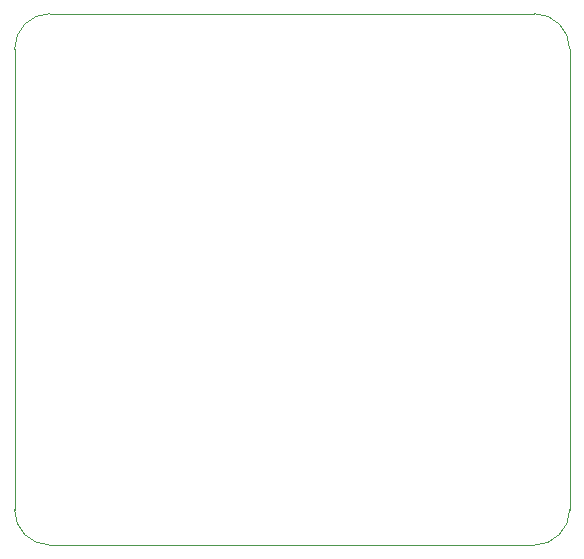
<source format=gbr>
%TF.GenerationSoftware,KiCad,Pcbnew,7.0.2*%
%TF.CreationDate,2023-10-17T14:13:16-04:00*%
%TF.ProjectId,BITSv5,42495453-7635-42e6-9b69-6361645f7063,rev?*%
%TF.SameCoordinates,Original*%
%TF.FileFunction,Profile,NP*%
%FSLAX46Y46*%
G04 Gerber Fmt 4.6, Leading zero omitted, Abs format (unit mm)*
G04 Created by KiCad (PCBNEW 7.0.2) date 2023-10-17 14:13:16*
%MOMM*%
%LPD*%
G01*
G04 APERTURE LIST*
%TA.AperFunction,Profile*%
%ADD10C,0.100000*%
%TD*%
G04 APERTURE END LIST*
D10*
X108225000Y-42200000D02*
X149225000Y-42200000D01*
X108225000Y-42200000D02*
G75*
G03*
X105225000Y-45200000I0J-3000000D01*
G01*
X105225000Y-84200000D02*
X105225000Y-45200000D01*
X149225000Y-87200000D02*
G75*
G03*
X152225000Y-84200000I0J3000000D01*
G01*
X152225000Y-84200000D02*
X152225000Y-45200000D01*
X149225000Y-87200000D02*
X108225000Y-87200000D01*
X105225000Y-84200000D02*
G75*
G03*
X108225000Y-87200000I3000000J0D01*
G01*
X152225000Y-45200000D02*
G75*
G03*
X149225000Y-42200000I-3000000J0D01*
G01*
M02*

</source>
